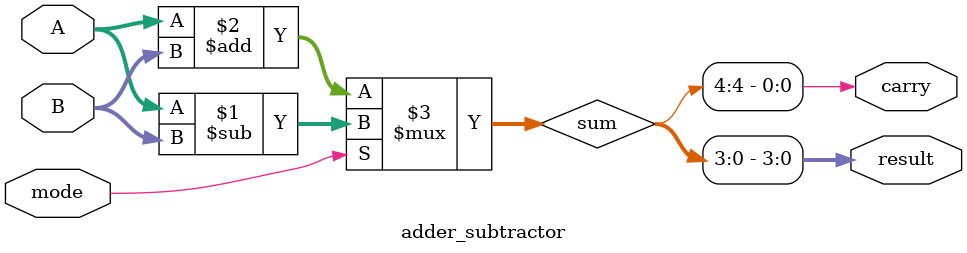
<source format=v>
module adder_subtractor (
    input  [3:0] A,
    input  [3:0] B,
    input        mode,         // 0 = add, 1 = subtract
    output [3:0] result,
    output       carry
);

    wire [4:0] sum;

    assign sum    = mode ? (A - B) : (A + B);
    assign result = sum[3:0];
    assign carry  = sum[4];

endmodule
</source>
